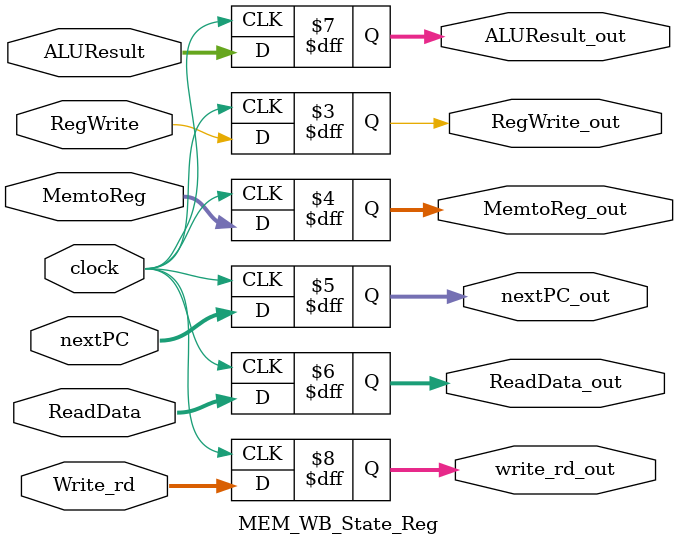
<source format=v>
module IF_ID_State_Reg(
    input                   clock,
    input       [31:0]      currPC,
    input       [31:0]      nextPC,
    input       [31:0]      Instruct,
    output reg  [31:0]      currPC_out,
    output reg  [31:0]      nextPC_out,
    output reg  [31:0]      Instruct_out
);

    initial begin
        currPC_out = 0; 
        nextPC_out = 0; 
        Instruct_out = 0;
    end

    always @ (posedge clock) begin
        currPC_out <= currPC; // there should be "<="
        nextPC_out<= nextPC;
        Instruct_out <= Instruct;
    end
    
endmodule

module ID_EX_State_Reg(
    input                   clock,
    //control unit
    input                   RegWrite,   //WB
    input       [1:0]       MemtoReg,   //WB
    input                   MemRead,    //MEM
    input                   MemWrite,   //MEM
    input                   Branch,     //MEM
    input                   Jump,       //EX
    input                   ALUSrc,     //EX
    input       [1:0]       ALUOp,      //EX
    input       [31:0]      nextPC,
    input       [31:0]      crntPC,
    input       [31:0]      Read_rs1,
    input       [31:0]      Read_rs2,
    input       [31:0]      Imm_Gen,
    input       [4:0]       Write_rd,
    input       [3:0]       ALU_Instruct,
    output reg              RegWrite_out,   //WB
    output reg  [1:0]       MemtoReg_out,   //WB
    output reg              MemRead_out,    //MEM
    output reg              MemWrite_out,   //MEM
    output reg              Branch_out,     //MEM
    output reg              Jump_out,       //EX
    output reg              ALUSrc_out,     //EX
    output reg  [1:0]       ALUOp_out,      //EX
    output reg  [31:0]      crntPC_out,
    output reg  [31:0]      nextPC_out,
    output reg  [31:0]      Read_rs1_out,
    output reg  [31:0]      Read_rs2_out,
    output reg  [31:0]      Imm_Gen_out,
    output reg  [4:0]       write_rd_out,
    output reg  [3:0]       ALU_Instruct_out
);

    initial begin
        RegWrite_out = 0; MemtoReg_out = 0; MemRead_out = 0; MemWrite_out = 0; Branch_out = 0; Jump_out = 0; ALUSrc_out = 0; 
        ALUOp_out = 0; crntPC_out = 0; nextPC_out = 0; Read_rs1_out = 0; Read_rs2_out = 0; Imm_Gen_out = 0; write_rd_out = 0; ALU_Instruct_out = 0;
    end

    always @ (posedge clock) begin
        RegWrite_out    <= RegWrite;
        MemtoReg_out    <= MemtoReg;
        MemRead_out     <= MemRead;
        MemWrite_out    <= MemWrite;
        Branch_out      <= Branch;
        Jump_out        <= Jump;
        ALUSrc_out      <= ALUSrc;
        ALUOp_out       <= ALUOp;
        crntPC_out      <= crntPC;
        nextPC_out      <= nextPC;
        Read_rs1_out     <= Read_rs1;
        Read_rs2_out     <= Read_rs2;
        write_rd_out      <= Write_rd;
        Imm_Gen_out     <= Imm_Gen;
        ALU_Instruct_out <= ALU_Instruct;
    end

endmodule

module EX_MEM_State_Reg(
    input                   clock,
    input                   RegWrite,   //WB
    input       [1:0]       MemtoReg,   //WB
    input                   MemRead,    //MEM
    input                   MemWrite,   //MEM
    input                   Branch,     //MEM
    input                   Zero,
    input       [31:0]      nextPC,
    input       [31:0]      ALUResult,
    input       [31:0]      AddSum,
    input       [31:0]      Read_rs2,
    input       [2:0]       Funct3,
    input       [4:0]       Write_rd,
    output reg              RegWrite_out,   //WB
    output reg  [1:0]       MemtoReg_out,   //WB
    output reg              MemRead_out,    //MEM
    output reg              MemWrite_out,   //MEM
    output reg              Branch_out,     //MEM
    output reg              Zero_out,
    output reg  [31:0]      nextPC_out,
    output reg  [31:0]      ALUResult_out,
    output reg  [31:0]      AddSum_out,
    output reg  [31:0]      Read_rs2_out,
    output reg  [2:0]       Funct3_out,
    output reg  [4:0]       write_rd_out
);

    initial begin
        RegWrite_out = 0; MemtoReg_out = 0; MemRead_out = 0; MemWrite_out = 0; Branch_out = 0; Zero_out = 0; nextPC_out = 0;
        ALUResult_out = 0; AddSum_out = 0; Read_rs2_out = 0; Funct3_out = 0;write_rd_out = 0;
    end

    always @ (posedge clock) begin
        RegWrite_out    <= RegWrite;
        MemtoReg_out    <= MemtoReg;
        MemRead_out     <= MemRead;
        MemWrite_out    <= MemWrite;
        Branch_out      <= Branch;
        Zero_out        <= Zero;
        nextPC_out      <= nextPC;
        ALUResult_out   <= ALUResult;
        AddSum_out      <= AddSum;
        Read_rs2_out     <= Read_rs2;
        Funct3_out      <= Funct3;
        write_rd_out      <= Write_rd;
    end

endmodule

module MEM_WB_State_Reg(
    input                   clock,
    input                   RegWrite,   //WB
    input       [1:0]       MemtoReg,   //WB
    input       [31:0]      nextPC,
    input       [31:0]      ReadData,
    input       [31:0]      ALUResult,
    input       [4:0]       Write_rd,
    output reg              RegWrite_out,   //WB
    output reg  [1:0]       MemtoReg_out,   //WB
    output reg  [31:0]      nextPC_out,
    output reg  [31:0]      ReadData_out,
    output reg  [31:0]      ALUResult_out,
    output reg  [4:0]       write_rd_out
);

    initial begin
        RegWrite_out = 0; MemtoReg_out = 0; ReadData_out = 0; ALUResult_out = 0; write_rd_out = 0; nextPC_out = 0;
    end
    
    always @ (posedge clock) begin
        RegWrite_out    <= RegWrite;
        MemtoReg_out    <= MemtoReg;
        nextPC_out      <= nextPC;
        ReadData_out    <= ReadData;
        ALUResult_out   <= ALUResult;
        write_rd_out      <= Write_rd;
    end

endmodule

</source>
